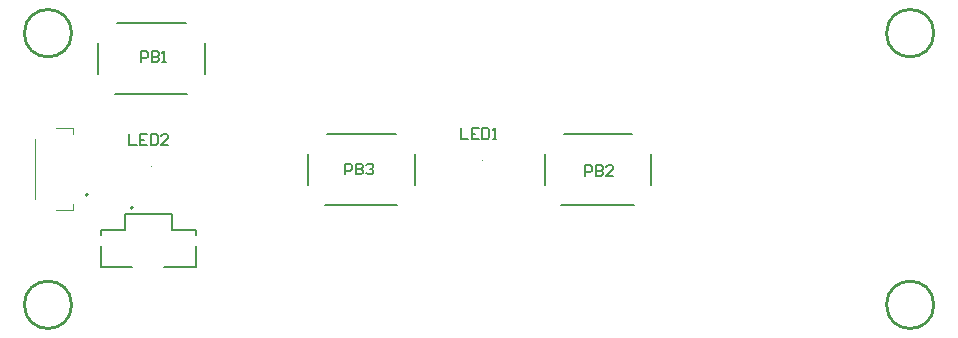
<source format=gto>
G04 Layer_Color=65535*
%FSLAX44Y44*%
%MOMM*%
G71*
G01*
G75*
%ADD20C,0.2540*%
%ADD21C,0.2000*%
%ADD22C,0.0500*%
%ADD23C,0.1270*%
%ADD24C,0.1000*%
D20*
X384240Y114430D02*
G03*
X384240Y114430I-20000J0D01*
G01*
Y-115570D02*
G03*
X384240Y-115570I-20000J0D01*
G01*
X-345760D02*
G03*
X-345760Y-115570I-20000J0D01*
G01*
Y114430D02*
G03*
X-345760Y114430I-20000J0D01*
G01*
D21*
X-293700Y-33430D02*
G03*
X-293700Y-33430I-1000J0D01*
G01*
X-332830Y-23570D02*
G03*
X-332830Y-21570I0J1000D01*
G01*
D02*
G03*
X-332830Y-23570I0J-1000D01*
G01*
X-307380Y122710D02*
X-249130D01*
X-232880Y79960D02*
Y105960D01*
X-309130Y62710D02*
X-247630D01*
X-323130Y79710D02*
Y105710D01*
X-129580Y28730D02*
X-71330D01*
X-55080Y-14020D02*
Y11980D01*
X-131330Y-31270D02*
X-69830D01*
X-145330Y-14270D02*
Y11730D01*
X70750Y28730D02*
X129000D01*
X145250Y-14020D02*
Y11980D01*
X69000Y-31270D02*
X130500D01*
X55000Y-14270D02*
Y11730D01*
X-16000Y33827D02*
Y24830D01*
X-10002D01*
X-1005Y33827D02*
X-7003D01*
Y24830D01*
X-1005D01*
X-7003Y29328D02*
X-4004D01*
X1994Y33827D02*
Y24830D01*
X6493D01*
X7992Y26330D01*
Y32328D01*
X6493Y33827D01*
X1994D01*
X10991Y24830D02*
X13990D01*
X12491D01*
Y33827D01*
X10991Y32328D01*
X-296720Y28857D02*
Y19860D01*
X-290722D01*
X-281725Y28857D02*
X-287723D01*
Y19860D01*
X-281725D01*
X-287723Y24358D02*
X-284724D01*
X-278726Y28857D02*
Y19860D01*
X-274227D01*
X-272728Y21360D01*
Y27358D01*
X-274227Y28857D01*
X-278726D01*
X-263731Y19860D02*
X-269729D01*
X-263731Y25858D01*
Y27358D01*
X-265230Y28857D01*
X-268229D01*
X-269729Y27358D01*
X-287020Y90170D02*
Y99167D01*
X-282521D01*
X-281022Y97668D01*
Y94669D01*
X-282521Y93169D01*
X-287020D01*
X-278023Y99167D02*
Y90170D01*
X-273524D01*
X-272025Y91670D01*
Y93169D01*
X-273524Y94669D01*
X-278023D01*
X-273524D01*
X-272025Y96168D01*
Y97668D01*
X-273524Y99167D01*
X-278023D01*
X-269026Y90170D02*
X-266027D01*
X-267526D01*
Y99167D01*
X-269026Y97668D01*
X88900Y-6350D02*
Y2647D01*
X93399D01*
X94898Y1148D01*
Y-1851D01*
X93399Y-3351D01*
X88900D01*
X97897Y2647D02*
Y-6350D01*
X102396D01*
X103895Y-4850D01*
Y-3351D01*
X102396Y-1851D01*
X97897D01*
X102396D01*
X103895Y-352D01*
Y1148D01*
X102396Y2647D01*
X97897D01*
X112892Y-6350D02*
X106894D01*
X112892Y-352D01*
Y1148D01*
X111393Y2647D01*
X108394D01*
X106894Y1148D01*
X-114300Y-5080D02*
Y3917D01*
X-109802D01*
X-108302Y2418D01*
Y-582D01*
X-109802Y-2081D01*
X-114300D01*
X-105303Y3917D02*
Y-5080D01*
X-100804D01*
X-99305Y-3580D01*
Y-2081D01*
X-100804Y-582D01*
X-105303D01*
X-100804D01*
X-99305Y918D01*
Y2418D01*
X-100804Y3917D01*
X-105303D01*
X-96306Y2418D02*
X-94806Y3917D01*
X-91807D01*
X-90308Y2418D01*
Y918D01*
X-91807Y-582D01*
X-93307D01*
X-91807D01*
X-90308Y-2081D01*
Y-3580D01*
X-91807Y-5080D01*
X-94806D01*
X-96306Y-3580D01*
D22*
X2240Y6930D02*
G03*
X2740Y6930I250J0D01*
G01*
D02*
G03*
X2240Y6930I-250J0D01*
G01*
X-278480Y1960D02*
G03*
X-277980Y1960I250J0D01*
G01*
D02*
G03*
X-278480Y1960I-250J0D01*
G01*
D23*
X-260420Y-52300D02*
Y-38800D01*
Y-52300D02*
X-240670D01*
Y-56380D02*
Y-52300D01*
Y-83300D02*
Y-65820D01*
X-267170Y-83300D02*
X-240670D01*
X-320670D02*
X-294170D01*
X-320670D02*
Y-65820D01*
Y-56380D02*
Y-52300D01*
X-300920D01*
Y-38800D01*
X-260420D01*
D24*
X-376830Y-25570D02*
Y24430D01*
X-359330Y34430D02*
X-344830D01*
Y29430D02*
Y34430D01*
X-359330Y-35570D02*
X-344830D01*
Y-30570D01*
M02*

</source>
